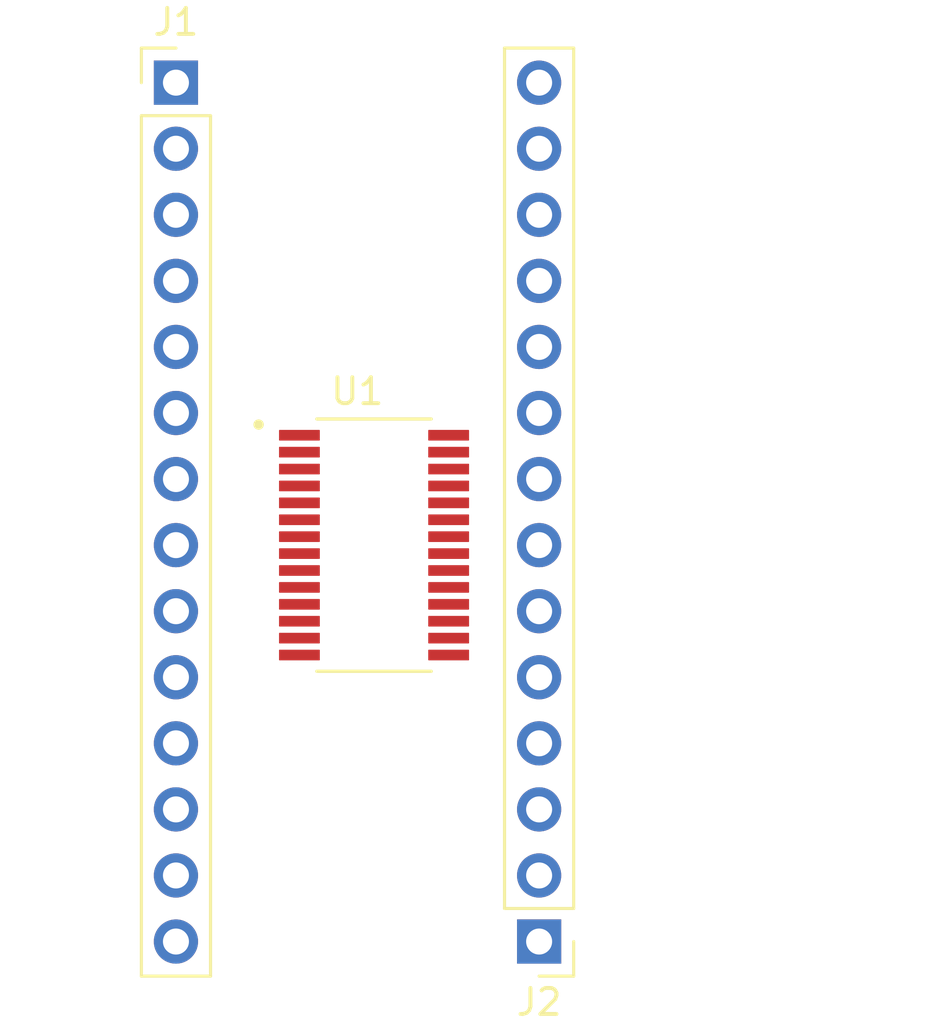
<source format=kicad_pcb>
(kicad_pcb (version 20171130) (host pcbnew "(5.1.10)-1")

  (general
    (thickness 1.6)
    (drawings 5)
    (tracks 0)
    (zones 0)
    (modules 3)
    (nets 29)
  )

  (page A4)
  (layers
    (0 F.Cu signal)
    (31 B.Cu signal)
    (32 B.Adhes user)
    (33 F.Adhes user)
    (34 B.Paste user)
    (35 F.Paste user)
    (36 B.SilkS user)
    (37 F.SilkS user)
    (38 B.Mask user)
    (39 F.Mask user)
    (40 Dwgs.User user)
    (41 Cmts.User user)
    (42 Eco1.User user)
    (43 Eco2.User user)
    (44 Edge.Cuts user)
    (45 Margin user)
    (46 B.CrtYd user)
    (47 F.CrtYd user)
    (48 B.Fab user)
    (49 F.Fab user)
  )

  (setup
    (last_trace_width 0.25)
    (trace_clearance 0.2)
    (zone_clearance 0.508)
    (zone_45_only no)
    (trace_min 0.2)
    (via_size 0.8)
    (via_drill 0.4)
    (via_min_size 0.4)
    (via_min_drill 0.3)
    (uvia_size 0.3)
    (uvia_drill 0.1)
    (uvias_allowed no)
    (uvia_min_size 0.2)
    (uvia_min_drill 0.1)
    (edge_width 0.05)
    (segment_width 0.2)
    (pcb_text_width 0.3)
    (pcb_text_size 1.5 1.5)
    (mod_edge_width 0.12)
    (mod_text_size 1 1)
    (mod_text_width 0.15)
    (pad_size 1.524 1.524)
    (pad_drill 0.762)
    (pad_to_mask_clearance 0)
    (aux_axis_origin 0 0)
    (visible_elements 7FFFFFFF)
    (pcbplotparams
      (layerselection 0x010fc_ffffffff)
      (usegerberextensions false)
      (usegerberattributes true)
      (usegerberadvancedattributes true)
      (creategerberjobfile true)
      (excludeedgelayer true)
      (linewidth 0.100000)
      (plotframeref false)
      (viasonmask false)
      (mode 1)
      (useauxorigin false)
      (hpglpennumber 1)
      (hpglpenspeed 20)
      (hpglpendiameter 15.000000)
      (psnegative false)
      (psa4output false)
      (plotreference true)
      (plotvalue true)
      (plotinvisibletext false)
      (padsonsilk false)
      (subtractmaskfromsilk false)
      (outputformat 1)
      (mirror false)
      (drillshape 1)
      (scaleselection 1)
      (outputdirectory ""))
  )

  (net 0 "")
  (net 1 /A0)
  (net 2 /VSSA)
  (net 3 /VDDA)
  (net 4 /PM_OUT)
  (net 5 /NC3)
  (net 6 /SDA)
  (net 7 /SCL)
  (net 8 /I2C1)
  (net 9 /I2C0)
  (net 10 /NC2)
  (net 11 /VSSD)
  (net 12 /VDDD)
  (net 13 /NC1)
  (net 14 /*RST)
  (net 15 /AVIN)
  (net 16 /A2)
  (net 17 /AVOUT)
  (net 18 /A4)
  (net 19 /AIIN)
  (net 20 /A6)
  (net 21 /AIOUT)
  (net 22 /I2C2)
  (net 23 /NC4)
  (net 24 /LIB)
  (net 25 /HIB)
  (net 26 /HIA)
  (net 27 /LIA)
  (net 28 /PM)

  (net_class Default "This is the default net class."
    (clearance 0.2)
    (trace_width 0.25)
    (via_dia 0.8)
    (via_drill 0.4)
    (uvia_dia 0.3)
    (uvia_drill 0.1)
    (add_net /*RST)
    (add_net /A0)
    (add_net /A2)
    (add_net /A4)
    (add_net /A6)
    (add_net /AIIN)
    (add_net /AIOUT)
    (add_net /AVIN)
    (add_net /AVOUT)
    (add_net /HIA)
    (add_net /HIB)
    (add_net /I2C0)
    (add_net /I2C1)
    (add_net /I2C2)
    (add_net /LIA)
    (add_net /LIB)
    (add_net /NC1)
    (add_net /NC2)
    (add_net /NC3)
    (add_net /NC4)
    (add_net /PM)
    (add_net /PM_OUT)
    (add_net /SCL)
    (add_net /SDA)
    (add_net /VDDA)
    (add_net /VDDD)
    (add_net /VSSA)
    (add_net /VSSD)
  )

  (module Connector_PinHeader_2.54mm:PinHeader_1x14_P2.54mm_Vertical (layer F.Cu) (tedit 59FED5CC) (tstamp 618CA4A0)
    (at 128.27 111.76)
    (descr "Through hole straight pin header, 1x14, 2.54mm pitch, single row")
    (tags "Through hole pin header THT 1x14 2.54mm single row")
    (path /618C9606)
    (fp_text reference J1 (at 0 -2.33) (layer F.SilkS)
      (effects (font (size 1 1) (thickness 0.15)))
    )
    (fp_text value Conn_01x14_Male (at 0 35.35) (layer F.Fab)
      (effects (font (size 1 1) (thickness 0.15)))
    )
    (fp_line (start -0.635 -1.27) (end 1.27 -1.27) (layer F.Fab) (width 0.1))
    (fp_line (start 1.27 -1.27) (end 1.27 34.29) (layer F.Fab) (width 0.1))
    (fp_line (start 1.27 34.29) (end -1.27 34.29) (layer F.Fab) (width 0.1))
    (fp_line (start -1.27 34.29) (end -1.27 -0.635) (layer F.Fab) (width 0.1))
    (fp_line (start -1.27 -0.635) (end -0.635 -1.27) (layer F.Fab) (width 0.1))
    (fp_line (start -1.33 34.35) (end 1.33 34.35) (layer F.SilkS) (width 0.12))
    (fp_line (start -1.33 1.27) (end -1.33 34.35) (layer F.SilkS) (width 0.12))
    (fp_line (start 1.33 1.27) (end 1.33 34.35) (layer F.SilkS) (width 0.12))
    (fp_line (start -1.33 1.27) (end 1.33 1.27) (layer F.SilkS) (width 0.12))
    (fp_line (start -1.33 0) (end -1.33 -1.33) (layer F.SilkS) (width 0.12))
    (fp_line (start -1.33 -1.33) (end 0 -1.33) (layer F.SilkS) (width 0.12))
    (fp_line (start -1.8 -1.8) (end -1.8 34.8) (layer F.CrtYd) (width 0.05))
    (fp_line (start -1.8 34.8) (end 1.8 34.8) (layer F.CrtYd) (width 0.05))
    (fp_line (start 1.8 34.8) (end 1.8 -1.8) (layer F.CrtYd) (width 0.05))
    (fp_line (start 1.8 -1.8) (end -1.8 -1.8) (layer F.CrtYd) (width 0.05))
    (fp_text user %R (at 0 16.51 90) (layer F.Fab)
      (effects (font (size 1 1) (thickness 0.15)))
    )
    (pad 14 thru_hole oval (at 0 33.02) (size 1.7 1.7) (drill 1) (layers *.Cu *.Mask)
      (net 1 /A0))
    (pad 13 thru_hole oval (at 0 30.48) (size 1.7 1.7) (drill 1) (layers *.Cu *.Mask)
      (net 2 /VSSA))
    (pad 12 thru_hole oval (at 0 27.94) (size 1.7 1.7) (drill 1) (layers *.Cu *.Mask)
      (net 3 /VDDA))
    (pad 11 thru_hole oval (at 0 25.4) (size 1.7 1.7) (drill 1) (layers *.Cu *.Mask)
      (net 4 /PM_OUT))
    (pad 10 thru_hole oval (at 0 22.86) (size 1.7 1.7) (drill 1) (layers *.Cu *.Mask)
      (net 5 /NC3))
    (pad 9 thru_hole oval (at 0 20.32) (size 1.7 1.7) (drill 1) (layers *.Cu *.Mask)
      (net 6 /SDA))
    (pad 8 thru_hole oval (at 0 17.78) (size 1.7 1.7) (drill 1) (layers *.Cu *.Mask)
      (net 7 /SCL))
    (pad 7 thru_hole oval (at 0 15.24) (size 1.7 1.7) (drill 1) (layers *.Cu *.Mask)
      (net 8 /I2C1))
    (pad 6 thru_hole oval (at 0 12.7) (size 1.7 1.7) (drill 1) (layers *.Cu *.Mask)
      (net 9 /I2C0))
    (pad 5 thru_hole oval (at 0 10.16) (size 1.7 1.7) (drill 1) (layers *.Cu *.Mask)
      (net 10 /NC2))
    (pad 4 thru_hole oval (at 0 7.62) (size 1.7 1.7) (drill 1) (layers *.Cu *.Mask)
      (net 11 /VSSD))
    (pad 3 thru_hole oval (at 0 5.08) (size 1.7 1.7) (drill 1) (layers *.Cu *.Mask)
      (net 12 /VDDD))
    (pad 2 thru_hole oval (at 0 2.54) (size 1.7 1.7) (drill 1) (layers *.Cu *.Mask)
      (net 13 /NC1))
    (pad 1 thru_hole rect (at 0 0) (size 1.7 1.7) (drill 1) (layers *.Cu *.Mask)
      (net 14 /*RST))
    (model ${KISYS3DMOD}/Connector_PinHeader_2.54mm.3dshapes/PinHeader_1x14_P2.54mm_Vertical.wrl
      (at (xyz 0 0 0))
      (scale (xyz 1 1 1))
      (rotate (xyz 0 0 0))
    )
  )

  (module Connector_PinHeader_2.54mm:PinHeader_1x14_P2.54mm_Vertical (layer F.Cu) (tedit 59FED5CC) (tstamp 618CA4C2)
    (at 142.24 144.78 180)
    (descr "Through hole straight pin header, 1x14, 2.54mm pitch, single row")
    (tags "Through hole pin header THT 1x14 2.54mm single row")
    (path /618CD2D9)
    (fp_text reference J2 (at 0 -2.33) (layer F.SilkS)
      (effects (font (size 1 1) (thickness 0.15)))
    )
    (fp_text value Conn_01x14_Male (at 0 35.35) (layer F.Fab)
      (effects (font (size 1 1) (thickness 0.15)))
    )
    (fp_line (start 1.8 -1.8) (end -1.8 -1.8) (layer F.CrtYd) (width 0.05))
    (fp_line (start 1.8 34.8) (end 1.8 -1.8) (layer F.CrtYd) (width 0.05))
    (fp_line (start -1.8 34.8) (end 1.8 34.8) (layer F.CrtYd) (width 0.05))
    (fp_line (start -1.8 -1.8) (end -1.8 34.8) (layer F.CrtYd) (width 0.05))
    (fp_line (start -1.33 -1.33) (end 0 -1.33) (layer F.SilkS) (width 0.12))
    (fp_line (start -1.33 0) (end -1.33 -1.33) (layer F.SilkS) (width 0.12))
    (fp_line (start -1.33 1.27) (end 1.33 1.27) (layer F.SilkS) (width 0.12))
    (fp_line (start 1.33 1.27) (end 1.33 34.35) (layer F.SilkS) (width 0.12))
    (fp_line (start -1.33 1.27) (end -1.33 34.35) (layer F.SilkS) (width 0.12))
    (fp_line (start -1.33 34.35) (end 1.33 34.35) (layer F.SilkS) (width 0.12))
    (fp_line (start -1.27 -0.635) (end -0.635 -1.27) (layer F.Fab) (width 0.1))
    (fp_line (start -1.27 34.29) (end -1.27 -0.635) (layer F.Fab) (width 0.1))
    (fp_line (start 1.27 34.29) (end -1.27 34.29) (layer F.Fab) (width 0.1))
    (fp_line (start 1.27 -1.27) (end 1.27 34.29) (layer F.Fab) (width 0.1))
    (fp_line (start -0.635 -1.27) (end 1.27 -1.27) (layer F.Fab) (width 0.1))
    (fp_text user %R (at 0 16.51 90) (layer F.Fab)
      (effects (font (size 1 1) (thickness 0.15)))
    )
    (pad 1 thru_hole rect (at 0 0 180) (size 1.7 1.7) (drill 1) (layers *.Cu *.Mask)
      (net 15 /AVIN))
    (pad 2 thru_hole oval (at 0 2.54 180) (size 1.7 1.7) (drill 1) (layers *.Cu *.Mask)
      (net 16 /A2))
    (pad 3 thru_hole oval (at 0 5.08 180) (size 1.7 1.7) (drill 1) (layers *.Cu *.Mask)
      (net 17 /AVOUT))
    (pad 4 thru_hole oval (at 0 7.62 180) (size 1.7 1.7) (drill 1) (layers *.Cu *.Mask)
      (net 18 /A4))
    (pad 5 thru_hole oval (at 0 10.16 180) (size 1.7 1.7) (drill 1) (layers *.Cu *.Mask)
      (net 19 /AIIN))
    (pad 6 thru_hole oval (at 0 12.7 180) (size 1.7 1.7) (drill 1) (layers *.Cu *.Mask)
      (net 20 /A6))
    (pad 7 thru_hole oval (at 0 15.24 180) (size 1.7 1.7) (drill 1) (layers *.Cu *.Mask)
      (net 21 /AIOUT))
    (pad 8 thru_hole oval (at 0 17.78 180) (size 1.7 1.7) (drill 1) (layers *.Cu *.Mask)
      (net 22 /I2C2))
    (pad 9 thru_hole oval (at 0 20.32 180) (size 1.7 1.7) (drill 1) (layers *.Cu *.Mask)
      (net 23 /NC4))
    (pad 10 thru_hole oval (at 0 22.86 180) (size 1.7 1.7) (drill 1) (layers *.Cu *.Mask)
      (net 24 /LIB))
    (pad 11 thru_hole oval (at 0 25.4 180) (size 1.7 1.7) (drill 1) (layers *.Cu *.Mask)
      (net 25 /HIB))
    (pad 12 thru_hole oval (at 0 27.94 180) (size 1.7 1.7) (drill 1) (layers *.Cu *.Mask)
      (net 26 /HIA))
    (pad 13 thru_hole oval (at 0 30.48 180) (size 1.7 1.7) (drill 1) (layers *.Cu *.Mask)
      (net 27 /LIA))
    (pad 14 thru_hole oval (at 0 33.02 180) (size 1.7 1.7) (drill 1) (layers *.Cu *.Mask)
      (net 28 /PM))
    (model ${KISYS3DMOD}/Connector_PinHeader_2.54mm.3dshapes/PinHeader_1x14_P2.54mm_Vertical.wrl
      (at (xyz 0 0 0))
      (scale (xyz 1 1 1))
      (rotate (xyz 0 0 0))
    )
  )

  (module SM72442MTE_NOPB:SOP65P640X120-28N (layer F.Cu) (tedit 618C3F03) (tstamp 618CA4EE)
    (at 135.89 129.54)
    (path /618C3721)
    (fp_text reference U1 (at -0.645 -5.912) (layer F.SilkS)
      (effects (font (size 1 1) (thickness 0.15)))
    )
    (fp_text value SM72442MT_NOPB (at 6.975 5.912) (layer F.Fab)
      (effects (font (size 1 1) (thickness 0.15)))
    )
    (fp_line (start 3.905 -5.1) (end 3.905 5.1) (layer F.CrtYd) (width 0.05))
    (fp_line (start -3.905 -5.1) (end -3.905 5.1) (layer F.CrtYd) (width 0.05))
    (fp_line (start -3.905 5.1) (end 3.905 5.1) (layer F.CrtYd) (width 0.05))
    (fp_line (start -3.905 -5.1) (end 3.905 -5.1) (layer F.CrtYd) (width 0.05))
    (fp_line (start 2.2 -4.85) (end 2.2 4.85) (layer F.Fab) (width 0.127))
    (fp_line (start -2.2 -4.85) (end -2.2 4.85) (layer F.Fab) (width 0.127))
    (fp_line (start -2.2 4.85) (end 2.2 4.85) (layer F.SilkS) (width 0.127))
    (fp_line (start -2.2 -4.85) (end 2.2 -4.85) (layer F.SilkS) (width 0.127))
    (fp_line (start -2.2 4.85) (end 2.2 4.85) (layer F.Fab) (width 0.127))
    (fp_line (start -2.2 -4.85) (end 2.2 -4.85) (layer F.Fab) (width 0.127))
    (fp_circle (center -4.44 -4.635) (end -4.34 -4.635) (layer F.Fab) (width 0.2))
    (fp_circle (center -4.44 -4.635) (end -4.34 -4.635) (layer F.SilkS) (width 0.2))
    (pad 1 smd roundrect (at -2.87 -4.225) (size 1.57 0.41) (layers F.Cu F.Paste F.Mask) (roundrect_rratio 0.05)
      (net 14 /*RST))
    (pad 2 smd roundrect (at -2.87 -3.575) (size 1.57 0.41) (layers F.Cu F.Paste F.Mask) (roundrect_rratio 0.05)
      (net 13 /NC1))
    (pad 3 smd roundrect (at -2.87 -2.925) (size 1.57 0.41) (layers F.Cu F.Paste F.Mask) (roundrect_rratio 0.05)
      (net 12 /VDDD))
    (pad 4 smd roundrect (at -2.87 -2.275) (size 1.57 0.41) (layers F.Cu F.Paste F.Mask) (roundrect_rratio 0.05)
      (net 11 /VSSD))
    (pad 5 smd roundrect (at -2.87 -1.625) (size 1.57 0.41) (layers F.Cu F.Paste F.Mask) (roundrect_rratio 0.05)
      (net 10 /NC2))
    (pad 6 smd roundrect (at -2.87 -0.975) (size 1.57 0.41) (layers F.Cu F.Paste F.Mask) (roundrect_rratio 0.05)
      (net 9 /I2C0))
    (pad 7 smd roundrect (at -2.87 -0.325) (size 1.57 0.41) (layers F.Cu F.Paste F.Mask) (roundrect_rratio 0.05)
      (net 8 /I2C1))
    (pad 8 smd roundrect (at -2.87 0.325) (size 1.57 0.41) (layers F.Cu F.Paste F.Mask) (roundrect_rratio 0.05)
      (net 7 /SCL))
    (pad 9 smd roundrect (at -2.87 0.975) (size 1.57 0.41) (layers F.Cu F.Paste F.Mask) (roundrect_rratio 0.05)
      (net 6 /SDA))
    (pad 10 smd roundrect (at -2.87 1.625) (size 1.57 0.41) (layers F.Cu F.Paste F.Mask) (roundrect_rratio 0.05)
      (net 5 /NC3))
    (pad 11 smd roundrect (at -2.87 2.275) (size 1.57 0.41) (layers F.Cu F.Paste F.Mask) (roundrect_rratio 0.05)
      (net 4 /PM_OUT))
    (pad 12 smd roundrect (at -2.87 2.925) (size 1.57 0.41) (layers F.Cu F.Paste F.Mask) (roundrect_rratio 0.05)
      (net 3 /VDDA))
    (pad 13 smd roundrect (at -2.87 3.575) (size 1.57 0.41) (layers F.Cu F.Paste F.Mask) (roundrect_rratio 0.05)
      (net 2 /VSSA))
    (pad 14 smd roundrect (at -2.87 4.225) (size 1.57 0.41) (layers F.Cu F.Paste F.Mask) (roundrect_rratio 0.05)
      (net 1 /A0))
    (pad 15 smd roundrect (at 2.87 4.225) (size 1.57 0.41) (layers F.Cu F.Paste F.Mask) (roundrect_rratio 0.05)
      (net 15 /AVIN))
    (pad 16 smd roundrect (at 2.87 3.575) (size 1.57 0.41) (layers F.Cu F.Paste F.Mask) (roundrect_rratio 0.05)
      (net 16 /A2))
    (pad 17 smd roundrect (at 2.87 2.925) (size 1.57 0.41) (layers F.Cu F.Paste F.Mask) (roundrect_rratio 0.05)
      (net 17 /AVOUT))
    (pad 18 smd roundrect (at 2.87 2.275) (size 1.57 0.41) (layers F.Cu F.Paste F.Mask) (roundrect_rratio 0.05)
      (net 18 /A4))
    (pad 19 smd roundrect (at 2.87 1.625) (size 1.57 0.41) (layers F.Cu F.Paste F.Mask) (roundrect_rratio 0.05)
      (net 19 /AIIN))
    (pad 20 smd roundrect (at 2.87 0.975) (size 1.57 0.41) (layers F.Cu F.Paste F.Mask) (roundrect_rratio 0.05)
      (net 20 /A6))
    (pad 21 smd roundrect (at 2.87 0.325) (size 1.57 0.41) (layers F.Cu F.Paste F.Mask) (roundrect_rratio 0.05)
      (net 21 /AIOUT))
    (pad 22 smd roundrect (at 2.87 -0.325) (size 1.57 0.41) (layers F.Cu F.Paste F.Mask) (roundrect_rratio 0.05)
      (net 22 /I2C2))
    (pad 23 smd roundrect (at 2.87 -0.975) (size 1.57 0.41) (layers F.Cu F.Paste F.Mask) (roundrect_rratio 0.05)
      (net 23 /NC4))
    (pad 24 smd roundrect (at 2.87 -1.625) (size 1.57 0.41) (layers F.Cu F.Paste F.Mask) (roundrect_rratio 0.05)
      (net 24 /LIB))
    (pad 25 smd roundrect (at 2.87 -2.275) (size 1.57 0.41) (layers F.Cu F.Paste F.Mask) (roundrect_rratio 0.05)
      (net 25 /HIB))
    (pad 26 smd roundrect (at 2.87 -2.925) (size 1.57 0.41) (layers F.Cu F.Paste F.Mask) (roundrect_rratio 0.05)
      (net 26 /HIA))
    (pad 27 smd roundrect (at 2.87 -3.575) (size 1.57 0.41) (layers F.Cu F.Paste F.Mask) (roundrect_rratio 0.05)
      (net 27 /LIA))
    (pad 28 smd roundrect (at 2.87 -4.225) (size 1.57 0.41) (layers F.Cu F.Paste F.Mask) (roundrect_rratio 0.05)
      (net 28 /PM))
  )

  (gr_line (start 125.73 147.32) (end 157.48 147.32) (layer Dwgs.User) (width 0.15) (tstamp 618CA9F0))
  (gr_line (start 128.27 109.22) (end 157.48 109.22) (layer Dwgs.User) (width 0.15) (tstamp 618CA9ED))
  (gr_line (start 125.73 109.22) (end 128.27 109.22) (layer Dwgs.User) (width 0.15) (tstamp 618CA80D))
  (gr_line (start 125.73 147.32) (end 125.73 109.22) (layer Dwgs.User) (width 0.15))
  (gr_line (start 157.48 109.22) (end 157.48 147.32) (layer Dwgs.User) (width 0.15))

)

</source>
